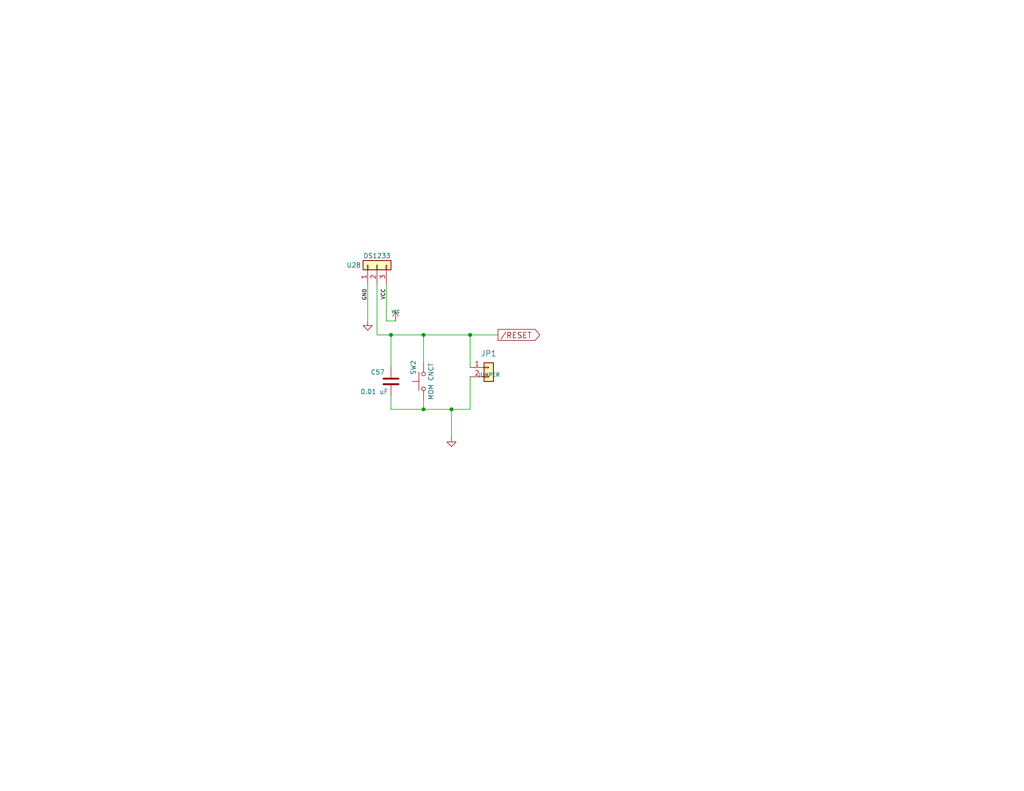
<source format=kicad_sch>
(kicad_sch
	(version 20231120)
	(generator "eeschema")
	(generator_version "8.0")
	(uuid "398f8c0a-b66e-4a20-ae32-57df5bdf4e3a")
	(paper "A")
	(title_block
		(title "6809PC")
		(date "2025-01-21")
		(rev "001")
		(comment 1 "https://github.com/danwerner21/6809PC")
		(comment 2 "Based on work by Andrew Lynch and John Coffman")
	)
	(lib_symbols
		(symbol "Connector_Generic:Conn_01x02"
			(pin_names
				(offset 1.016) hide)
			(exclude_from_sim no)
			(in_bom yes)
			(on_board yes)
			(property "Reference" "J"
				(at 0 2.54 0)
				(effects
					(font
						(size 1.27 1.27)
					)
				)
			)
			(property "Value" "Conn_01x02"
				(at 0 -5.08 0)
				(effects
					(font
						(size 1.27 1.27)
					)
				)
			)
			(property "Footprint" ""
				(at 0 0 0)
				(effects
					(font
						(size 1.27 1.27)
					)
					(hide yes)
				)
			)
			(property "Datasheet" "~"
				(at 0 0 0)
				(effects
					(font
						(size 1.27 1.27)
					)
					(hide yes)
				)
			)
			(property "Description" "Generic connector, single row, 01x02, script generated (kicad-library-utils/schlib/autogen/connector/)"
				(at 0 0 0)
				(effects
					(font
						(size 1.27 1.27)
					)
					(hide yes)
				)
			)
			(property "ki_keywords" "connector"
				(at 0 0 0)
				(effects
					(font
						(size 1.27 1.27)
					)
					(hide yes)
				)
			)
			(property "ki_fp_filters" "Connector*:*_1x??_*"
				(at 0 0 0)
				(effects
					(font
						(size 1.27 1.27)
					)
					(hide yes)
				)
			)
			(symbol "Conn_01x02_1_1"
				(rectangle
					(start -1.27 -2.413)
					(end 0 -2.667)
					(stroke
						(width 0.1524)
						(type default)
					)
					(fill
						(type none)
					)
				)
				(rectangle
					(start -1.27 0.127)
					(end 0 -0.127)
					(stroke
						(width 0.1524)
						(type default)
					)
					(fill
						(type none)
					)
				)
				(rectangle
					(start -1.27 1.27)
					(end 1.27 -3.81)
					(stroke
						(width 0.254)
						(type default)
					)
					(fill
						(type background)
					)
				)
				(pin passive line
					(at -5.08 0 0)
					(length 3.81)
					(name "Pin_1"
						(effects
							(font
								(size 1.27 1.27)
							)
						)
					)
					(number "1"
						(effects
							(font
								(size 1.27 1.27)
							)
						)
					)
				)
				(pin passive line
					(at -5.08 -2.54 0)
					(length 3.81)
					(name "Pin_2"
						(effects
							(font
								(size 1.27 1.27)
							)
						)
					)
					(number "2"
						(effects
							(font
								(size 1.27 1.27)
							)
						)
					)
				)
			)
		)
		(symbol "Connector_Generic:Conn_01x03"
			(pin_names
				(offset 1.016) hide)
			(exclude_from_sim no)
			(in_bom yes)
			(on_board yes)
			(property "Reference" "J"
				(at 0 5.08 0)
				(effects
					(font
						(size 1.27 1.27)
					)
				)
			)
			(property "Value" "Conn_01x03"
				(at 0 -5.08 0)
				(effects
					(font
						(size 1.27 1.27)
					)
				)
			)
			(property "Footprint" ""
				(at 0 0 0)
				(effects
					(font
						(size 1.27 1.27)
					)
					(hide yes)
				)
			)
			(property "Datasheet" "~"
				(at 0 0 0)
				(effects
					(font
						(size 1.27 1.27)
					)
					(hide yes)
				)
			)
			(property "Description" "Generic connector, single row, 01x03, script generated (kicad-library-utils/schlib/autogen/connector/)"
				(at 0 0 0)
				(effects
					(font
						(size 1.27 1.27)
					)
					(hide yes)
				)
			)
			(property "ki_keywords" "connector"
				(at 0 0 0)
				(effects
					(font
						(size 1.27 1.27)
					)
					(hide yes)
				)
			)
			(property "ki_fp_filters" "Connector*:*_1x??_*"
				(at 0 0 0)
				(effects
					(font
						(size 1.27 1.27)
					)
					(hide yes)
				)
			)
			(symbol "Conn_01x03_1_1"
				(rectangle
					(start -1.27 -2.413)
					(end 0 -2.667)
					(stroke
						(width 0.1524)
						(type default)
					)
					(fill
						(type none)
					)
				)
				(rectangle
					(start -1.27 0.127)
					(end 0 -0.127)
					(stroke
						(width 0.1524)
						(type default)
					)
					(fill
						(type none)
					)
				)
				(rectangle
					(start -1.27 2.667)
					(end 0 2.413)
					(stroke
						(width 0.1524)
						(type default)
					)
					(fill
						(type none)
					)
				)
				(rectangle
					(start -1.27 3.81)
					(end 1.27 -3.81)
					(stroke
						(width 0.254)
						(type default)
					)
					(fill
						(type background)
					)
				)
				(pin passive line
					(at -5.08 2.54 0)
					(length 3.81)
					(name "Pin_1"
						(effects
							(font
								(size 1.27 1.27)
							)
						)
					)
					(number "1"
						(effects
							(font
								(size 1.27 1.27)
							)
						)
					)
				)
				(pin passive line
					(at -5.08 0 0)
					(length 3.81)
					(name "Pin_2"
						(effects
							(font
								(size 1.27 1.27)
							)
						)
					)
					(number "2"
						(effects
							(font
								(size 1.27 1.27)
							)
						)
					)
				)
				(pin passive line
					(at -5.08 -2.54 0)
					(length 3.81)
					(name "Pin_3"
						(effects
							(font
								(size 1.27 1.27)
							)
						)
					)
					(number "3"
						(effects
							(font
								(size 1.27 1.27)
							)
						)
					)
				)
			)
		)
		(symbol "Device:C"
			(pin_numbers hide)
			(pin_names
				(offset 0.254)
			)
			(exclude_from_sim no)
			(in_bom yes)
			(on_board yes)
			(property "Reference" "C"
				(at 0.635 2.54 0)
				(effects
					(font
						(size 1.27 1.27)
					)
					(justify left)
				)
			)
			(property "Value" "C"
				(at 0.635 -2.54 0)
				(effects
					(font
						(size 1.27 1.27)
					)
					(justify left)
				)
			)
			(property "Footprint" ""
				(at 0.9652 -3.81 0)
				(effects
					(font
						(size 1.27 1.27)
					)
					(hide yes)
				)
			)
			(property "Datasheet" "~"
				(at 0 0 0)
				(effects
					(font
						(size 1.27 1.27)
					)
					(hide yes)
				)
			)
			(property "Description" "Unpolarized capacitor"
				(at 0 0 0)
				(effects
					(font
						(size 1.27 1.27)
					)
					(hide yes)
				)
			)
			(property "ki_keywords" "cap capacitor"
				(at 0 0 0)
				(effects
					(font
						(size 1.27 1.27)
					)
					(hide yes)
				)
			)
			(property "ki_fp_filters" "C_*"
				(at 0 0 0)
				(effects
					(font
						(size 1.27 1.27)
					)
					(hide yes)
				)
			)
			(symbol "C_0_1"
				(polyline
					(pts
						(xy -2.032 -0.762) (xy 2.032 -0.762)
					)
					(stroke
						(width 0.508)
						(type default)
					)
					(fill
						(type none)
					)
				)
				(polyline
					(pts
						(xy -2.032 0.762) (xy 2.032 0.762)
					)
					(stroke
						(width 0.508)
						(type default)
					)
					(fill
						(type none)
					)
				)
			)
			(symbol "C_1_1"
				(pin passive line
					(at 0 3.81 270)
					(length 2.794)
					(name "~"
						(effects
							(font
								(size 1.27 1.27)
							)
						)
					)
					(number "1"
						(effects
							(font
								(size 1.27 1.27)
							)
						)
					)
				)
				(pin passive line
					(at 0 -3.81 90)
					(length 2.794)
					(name "~"
						(effects
							(font
								(size 1.27 1.27)
							)
						)
					)
					(number "2"
						(effects
							(font
								(size 1.27 1.27)
							)
						)
					)
				)
			)
		)
		(symbol "Switch:SW_Push"
			(pin_numbers hide)
			(pin_names
				(offset 1.016) hide)
			(exclude_from_sim no)
			(in_bom yes)
			(on_board yes)
			(property "Reference" "SW"
				(at 1.27 2.54 0)
				(effects
					(font
						(size 1.27 1.27)
					)
					(justify left)
				)
			)
			(property "Value" "SW_Push"
				(at 0 -1.524 0)
				(effects
					(font
						(size 1.27 1.27)
					)
				)
			)
			(property "Footprint" ""
				(at 0 5.08 0)
				(effects
					(font
						(size 1.27 1.27)
					)
					(hide yes)
				)
			)
			(property "Datasheet" "~"
				(at 0 5.08 0)
				(effects
					(font
						(size 1.27 1.27)
					)
					(hide yes)
				)
			)
			(property "Description" "Push button switch, generic, two pins"
				(at 0 0 0)
				(effects
					(font
						(size 1.27 1.27)
					)
					(hide yes)
				)
			)
			(property "ki_keywords" "switch normally-open pushbutton push-button"
				(at 0 0 0)
				(effects
					(font
						(size 1.27 1.27)
					)
					(hide yes)
				)
			)
			(symbol "SW_Push_0_1"
				(circle
					(center -2.032 0)
					(radius 0.508)
					(stroke
						(width 0)
						(type default)
					)
					(fill
						(type none)
					)
				)
				(polyline
					(pts
						(xy 0 1.27) (xy 0 3.048)
					)
					(stroke
						(width 0)
						(type default)
					)
					(fill
						(type none)
					)
				)
				(polyline
					(pts
						(xy 2.54 1.27) (xy -2.54 1.27)
					)
					(stroke
						(width 0)
						(type default)
					)
					(fill
						(type none)
					)
				)
				(circle
					(center 2.032 0)
					(radius 0.508)
					(stroke
						(width 0)
						(type default)
					)
					(fill
						(type none)
					)
				)
				(pin passive line
					(at -5.08 0 0)
					(length 2.54)
					(name "1"
						(effects
							(font
								(size 1.27 1.27)
							)
						)
					)
					(number "1"
						(effects
							(font
								(size 1.27 1.27)
							)
						)
					)
				)
				(pin passive line
					(at 5.08 0 180)
					(length 2.54)
					(name "2"
						(effects
							(font
								(size 1.27 1.27)
							)
						)
					)
					(number "2"
						(effects
							(font
								(size 1.27 1.27)
							)
						)
					)
				)
			)
		)
		(symbol "power:GND"
			(power)
			(pin_numbers hide)
			(pin_names
				(offset 0) hide)
			(exclude_from_sim no)
			(in_bom yes)
			(on_board yes)
			(property "Reference" "#PWR"
				(at 0 -6.35 0)
				(effects
					(font
						(size 1.27 1.27)
					)
					(hide yes)
				)
			)
			(property "Value" "GND"
				(at 0 -3.81 0)
				(effects
					(font
						(size 1.27 1.27)
					)
				)
			)
			(property "Footprint" ""
				(at 0 0 0)
				(effects
					(font
						(size 1.27 1.27)
					)
					(hide yes)
				)
			)
			(property "Datasheet" ""
				(at 0 0 0)
				(effects
					(font
						(size 1.27 1.27)
					)
					(hide yes)
				)
			)
			(property "Description" "Power symbol creates a global label with name \"GND\" , ground"
				(at 0 0 0)
				(effects
					(font
						(size 1.27 1.27)
					)
					(hide yes)
				)
			)
			(property "ki_keywords" "global power"
				(at 0 0 0)
				(effects
					(font
						(size 1.27 1.27)
					)
					(hide yes)
				)
			)
			(symbol "GND_0_1"
				(polyline
					(pts
						(xy 0 0) (xy 0 -1.27) (xy 1.27 -1.27) (xy 0 -2.54) (xy -1.27 -1.27) (xy 0 -1.27)
					)
					(stroke
						(width 0)
						(type default)
					)
					(fill
						(type none)
					)
				)
			)
			(symbol "GND_1_1"
				(pin power_in line
					(at 0 0 270)
					(length 0)
					(name "~"
						(effects
							(font
								(size 1.27 1.27)
							)
						)
					)
					(number "1"
						(effects
							(font
								(size 1.27 1.27)
							)
						)
					)
				)
			)
		)
		(symbol "power:VCC"
			(power)
			(pin_numbers hide)
			(pin_names
				(offset 0) hide)
			(exclude_from_sim no)
			(in_bom yes)
			(on_board yes)
			(property "Reference" "#PWR"
				(at 0 -3.81 0)
				(effects
					(font
						(size 1.27 1.27)
					)
					(hide yes)
				)
			)
			(property "Value" "VCC"
				(at 0 3.556 0)
				(effects
					(font
						(size 1.27 1.27)
					)
				)
			)
			(property "Footprint" ""
				(at 0 0 0)
				(effects
					(font
						(size 1.27 1.27)
					)
					(hide yes)
				)
			)
			(property "Datasheet" ""
				(at 0 0 0)
				(effects
					(font
						(size 1.27 1.27)
					)
					(hide yes)
				)
			)
			(property "Description" "Power symbol creates a global label with name \"VCC\""
				(at 0 0 0)
				(effects
					(font
						(size 1.27 1.27)
					)
					(hide yes)
				)
			)
			(property "ki_keywords" "global power"
				(at 0 0 0)
				(effects
					(font
						(size 1.27 1.27)
					)
					(hide yes)
				)
			)
			(symbol "VCC_0_1"
				(polyline
					(pts
						(xy -0.762 1.27) (xy 0 2.54)
					)
					(stroke
						(width 0)
						(type default)
					)
					(fill
						(type none)
					)
				)
				(polyline
					(pts
						(xy 0 0) (xy 0 2.54)
					)
					(stroke
						(width 0)
						(type default)
					)
					(fill
						(type none)
					)
				)
				(polyline
					(pts
						(xy 0 2.54) (xy 0.762 1.27)
					)
					(stroke
						(width 0)
						(type default)
					)
					(fill
						(type none)
					)
				)
			)
			(symbol "VCC_1_1"
				(pin power_in line
					(at 0 0 90)
					(length 0)
					(name "~"
						(effects
							(font
								(size 1.27 1.27)
							)
						)
					)
					(number "1"
						(effects
							(font
								(size 1.27 1.27)
							)
						)
					)
				)
			)
		)
	)
	(junction
		(at 115.57 91.44)
		(diameter 0)
		(color 0 0 0 0)
		(uuid "525661d3-34db-4665-b605-bedfb3808e36")
	)
	(junction
		(at 106.68 91.44)
		(diameter 0)
		(color 0 0 0 0)
		(uuid "5d76d5bb-5c97-4129-8f10-f566d0a265a4")
	)
	(junction
		(at 123.19 111.76)
		(diameter 0)
		(color 0 0 0 0)
		(uuid "7f90d6ce-9c03-4812-8a66-70dc7759a163")
	)
	(junction
		(at 128.27 91.44)
		(diameter 0)
		(color 0 0 0 0)
		(uuid "8a0c761e-5b18-4aac-acbb-880a94b9fdf7")
	)
	(junction
		(at 115.57 111.76)
		(diameter 0)
		(color 0 0 0 0)
		(uuid "9df9a234-e2ed-4ce0-abe4-4a10b588d28d")
	)
	(wire
		(pts
			(xy 105.41 87.63) (xy 107.95 87.63)
		)
		(stroke
			(width 0)
			(type default)
		)
		(uuid "04e01f08-fc3a-4a5f-b4c3-ed540f504d37")
	)
	(wire
		(pts
			(xy 106.68 91.44) (xy 115.57 91.44)
		)
		(stroke
			(width 0)
			(type default)
		)
		(uuid "24b26746-53a8-44b5-8bbc-7447094a6ffb")
	)
	(wire
		(pts
			(xy 128.27 91.44) (xy 128.27 100.33)
		)
		(stroke
			(width 0)
			(type default)
		)
		(uuid "24f8e37f-d8b5-454d-82e2-3595fec6217a")
	)
	(wire
		(pts
			(xy 100.33 77.47) (xy 100.33 87.63)
		)
		(stroke
			(width 0)
			(type default)
		)
		(uuid "2fd6306a-1318-4286-b62c-a6c54a47b395")
	)
	(wire
		(pts
			(xy 115.57 91.44) (xy 128.27 91.44)
		)
		(stroke
			(width 0)
			(type default)
		)
		(uuid "32e695a0-8c72-4548-a191-b1619369453a")
	)
	(wire
		(pts
			(xy 115.57 111.76) (xy 123.19 111.76)
		)
		(stroke
			(width 0)
			(type default)
		)
		(uuid "376f9bcc-3799-4f23-bb6a-7ebd0b24e2ed")
	)
	(wire
		(pts
			(xy 115.57 91.44) (xy 115.57 99.06)
		)
		(stroke
			(width 0)
			(type default)
		)
		(uuid "37ba6967-3671-4e48-9621-fab25db41a72")
	)
	(wire
		(pts
			(xy 105.41 77.47) (xy 105.41 87.63)
		)
		(stroke
			(width 0)
			(type default)
		)
		(uuid "426ad8d9-6945-49cc-bef6-e824895bda54")
	)
	(wire
		(pts
			(xy 106.68 107.95) (xy 106.68 111.76)
		)
		(stroke
			(width 0)
			(type default)
		)
		(uuid "589c6b8b-eee7-40e7-868a-927a94ceae16")
	)
	(wire
		(pts
			(xy 128.27 102.87) (xy 128.27 111.76)
		)
		(stroke
			(width 0)
			(type default)
		)
		(uuid "6198753f-a6c7-4e4c-be46-f82df578f0ac")
	)
	(wire
		(pts
			(xy 123.19 111.76) (xy 123.19 119.38)
		)
		(stroke
			(width 0)
			(type default)
		)
		(uuid "7ea63acc-86e1-41f2-b879-7f1952b2ea41")
	)
	(wire
		(pts
			(xy 106.68 91.44) (xy 106.68 100.33)
		)
		(stroke
			(width 0)
			(type default)
		)
		(uuid "9cf6279f-5eed-44ea-b6cb-312642384569")
	)
	(wire
		(pts
			(xy 115.57 109.22) (xy 115.57 111.76)
		)
		(stroke
			(width 0)
			(type default)
		)
		(uuid "b823ec84-d601-4706-b021-807764eb6518")
	)
	(wire
		(pts
			(xy 102.87 77.47) (xy 102.87 91.44)
		)
		(stroke
			(width 0)
			(type default)
		)
		(uuid "cfbb7810-e3c8-451b-9bed-5f237aab1b55")
	)
	(wire
		(pts
			(xy 106.68 111.76) (xy 115.57 111.76)
		)
		(stroke
			(width 0)
			(type default)
		)
		(uuid "e4966056-ec44-4631-97e4-574a6deb5eb5")
	)
	(wire
		(pts
			(xy 102.87 91.44) (xy 106.68 91.44)
		)
		(stroke
			(width 0)
			(type default)
		)
		(uuid "e4e28c15-6c4f-483e-b5d6-1570d54bb099")
	)
	(wire
		(pts
			(xy 128.27 91.44) (xy 135.89 91.44)
		)
		(stroke
			(width 0)
			(type default)
		)
		(uuid "ee8d71c9-effa-447a-b1d7-6c9da9a31af1")
	)
	(wire
		(pts
			(xy 123.19 111.76) (xy 128.27 111.76)
		)
		(stroke
			(width 0)
			(type default)
		)
		(uuid "fdebd2bb-f701-4392-a2dd-499c5f09f169")
	)
	(label "VCC"
		(at 105.41 78.74 270)
		(fields_autoplaced yes)
		(effects
			(font
				(size 1.016 1.016)
			)
			(justify right bottom)
		)
		(uuid "23fffb12-fb5c-4304-9979-d2c26a5fcb40")
	)
	(label "GND"
		(at 100.33 78.74 270)
		(fields_autoplaced yes)
		(effects
			(font
				(size 1.016 1.016)
			)
			(justify right bottom)
		)
		(uuid "bc8052c1-77b2-488b-a15e-a2df742e0258")
	)
	(global_label "{slash}RESET"
		(shape output)
		(at 135.89 91.44 0)
		(effects
			(font
				(size 1.524 1.524)
			)
			(justify left)
		)
		(uuid "a38c571c-3f44-4d82-b6ea-b9b798e72f45")
		(property "Intersheetrefs" "${INTERSHEET_REFS}"
			(at 135.89 91.44 0)
			(effects
				(font
					(size 1.27 1.27)
				)
				(hide yes)
			)
		)
	)
	(symbol
		(lib_id "Connector_Generic:Conn_01x02")
		(at 133.35 100.33 0)
		(unit 1)
		(exclude_from_sim no)
		(in_bom yes)
		(on_board yes)
		(dnp no)
		(uuid "00000000-0000-0000-0000-0000526d87a5")
		(property "Reference" "JP1"
			(at 133.35 96.52 0)
			(effects
				(font
					(size 1.524 1.524)
				)
			)
		)
		(property "Value" "JUMPER"
			(at 133.35 102.362 0)
			(effects
				(font
					(size 1.016 1.016)
				)
			)
		)
		(property "Footprint" "Connector_PinHeader_2.54mm:PinHeader_1x02_P2.54mm_Vertical"
			(at 133.35 100.33 0)
			(effects
				(font
					(size 1.27 1.27)
				)
				(hide yes)
			)
		)
		(property "Datasheet" "~"
			(at 133.35 100.33 0)
			(effects
				(font
					(size 1.27 1.27)
				)
				(hide yes)
			)
		)
		(property "Description" "Generic connector, single row, 01x02, script generated (kicad-library-utils/schlib/autogen/connector/)"
			(at 133.35 100.33 0)
			(effects
				(font
					(size 1.27 1.27)
				)
				(hide yes)
			)
		)
		(pin "1"
			(uuid "25939dcb-2372-4ef4-8971-3207030a0b10")
		)
		(pin "2"
			(uuid "f4b52c56-a6d8-419d-8eb1-2cf378edaf75")
		)
		(instances
			(project "6x0x-6U"
				(path "/d94f9d60-5ece-4752-b49c-b0d1c95f35bc/00000000-0000-0000-0000-0000526d81d3"
					(reference "JP1")
					(unit 1)
				)
			)
		)
	)
	(symbol
		(lib_id "Switch:SW_Push")
		(at 115.57 104.14 90)
		(unit 1)
		(exclude_from_sim no)
		(in_bom yes)
		(on_board yes)
		(dnp no)
		(uuid "00000000-0000-0000-0000-0000526d87e3")
		(property "Reference" "SW2"
			(at 112.776 100.33 0)
			(effects
				(font
					(size 1.27 1.27)
				)
			)
		)
		(property "Value" "MOM CNCT"
			(at 117.602 104.14 0)
			(effects
				(font
					(size 1.27 1.27)
				)
			)
		)
		(property "Footprint" "Button_Switch_THT:SW_Tactile_Straight_KSL0Axx1LFTR"
			(at 110.49 104.14 0)
			(effects
				(font
					(size 1.27 1.27)
				)
				(hide yes)
			)
		)
		(property "Datasheet" "~"
			(at 110.49 104.14 0)
			(effects
				(font
					(size 1.27 1.27)
				)
				(hide yes)
			)
		)
		(property "Description" "Push button switch, generic, two pins"
			(at 115.57 104.14 0)
			(effects
				(font
					(size 1.27 1.27)
				)
				(hide yes)
			)
		)
		(pin "1"
			(uuid "f11674de-5351-48ab-a632-ff035ff9cd97")
		)
		(pin "2"
			(uuid "a55450b7-7478-421f-8013-b7af8c3822c0")
		)
		(instances
			(project "6x0x-6U"
				(path "/d94f9d60-5ece-4752-b49c-b0d1c95f35bc/00000000-0000-0000-0000-0000526d81d3"
					(reference "SW2")
					(unit 1)
				)
			)
		)
	)
	(symbol
		(lib_id "Device:C")
		(at 106.68 104.14 0)
		(unit 1)
		(exclude_from_sim no)
		(in_bom yes)
		(on_board yes)
		(dnp no)
		(uuid "4a49356b-b15d-4d28-96ae-8eab0877167e")
		(property "Reference" "C57"
			(at 101.092 101.6 0)
			(effects
				(font
					(size 1.27 1.27)
				)
				(justify left)
			)
		)
		(property "Value" "0.01 uF"
			(at 98.298 106.934 0)
			(effects
				(font
					(size 1.27 1.27)
				)
				(justify left)
			)
		)
		(property "Footprint" "Capacitor_THT:C_Disc_D5.0mm_W2.5mm_P5.00mm"
			(at 107.6452 107.95 0)
			(effects
				(font
					(size 1.27 1.27)
				)
				(hide yes)
			)
		)
		(property "Datasheet" "~"
			(at 106.68 104.14 0)
			(effects
				(font
					(size 1.27 1.27)
				)
				(hide yes)
			)
		)
		(property "Description" "Unpolarized capacitor"
			(at 106.68 104.14 0)
			(effects
				(font
					(size 1.27 1.27)
				)
				(hide yes)
			)
		)
		(pin "2"
			(uuid "a09366ff-a479-4eb7-8104-7573a5c9d6da")
		)
		(pin "1"
			(uuid "8cfd8a03-70c6-4729-b280-d4f02b127043")
		)
		(instances
			(project "6809PC-6U"
				(path "/d94f9d60-5ece-4752-b49c-b0d1c95f35bc/00000000-0000-0000-0000-0000526d81d3"
					(reference "C57")
					(unit 1)
				)
			)
		)
	)
	(symbol
		(lib_id "power:GND")
		(at 100.33 87.63 0)
		(unit 1)
		(exclude_from_sim no)
		(in_bom yes)
		(on_board yes)
		(dnp no)
		(uuid "591169f1-95bb-465b-8423-da7b11e6fffd")
		(property "Reference" "#PWR064"
			(at 100.33 87.63 0)
			(effects
				(font
					(size 0.762 0.762)
				)
				(hide yes)
			)
		)
		(property "Value" "GND"
			(at 100.33 89.408 0)
			(effects
				(font
					(size 0.762 0.762)
				)
				(hide yes)
			)
		)
		(property "Footprint" ""
			(at 100.33 87.63 0)
			(effects
				(font
					(size 1.27 1.27)
				)
				(hide yes)
			)
		)
		(property "Datasheet" ""
			(at 100.33 87.63 0)
			(effects
				(font
					(size 1.27 1.27)
				)
				(hide yes)
			)
		)
		(property "Description" "Power symbol creates a global label with name \"GND\" , ground"
			(at 100.33 87.63 0)
			(effects
				(font
					(size 1.27 1.27)
				)
				(hide yes)
			)
		)
		(pin "1"
			(uuid "899b63a5-a45a-419f-85bf-a9f74fd32288")
		)
		(instances
			(project "6809PC-6U"
				(path "/d94f9d60-5ece-4752-b49c-b0d1c95f35bc/00000000-0000-0000-0000-0000526d81d3"
					(reference "#PWR064")
					(unit 1)
				)
			)
		)
	)
	(symbol
		(lib_id "Connector_Generic:Conn_01x03")
		(at 102.87 72.39 90)
		(unit 1)
		(exclude_from_sim no)
		(in_bom yes)
		(on_board yes)
		(dnp no)
		(uuid "5aa6e4ac-531c-4ca8-a3a9-032041460313")
		(property "Reference" "U28"
			(at 96.52 72.39 90)
			(effects
				(font
					(size 1.27 1.27)
				)
			)
		)
		(property "Value" "DS1233"
			(at 102.87 69.85 90)
			(effects
				(font
					(size 1.27 1.27)
				)
			)
		)
		(property "Footprint" "Package_TO_SOT_THT:TO-92L_HandSolder"
			(at 102.87 72.39 0)
			(effects
				(font
					(size 1.27 1.27)
				)
				(hide yes)
			)
		)
		(property "Datasheet" "~"
			(at 102.87 72.39 0)
			(effects
				(font
					(size 1.27 1.27)
				)
				(hide yes)
			)
		)
		(property "Description" ""
			(at 102.87 72.39 0)
			(effects
				(font
					(size 1.27 1.27)
				)
				(hide yes)
			)
		)
		(pin "1"
			(uuid "de0e2b86-ca90-4929-b009-65c41def9392")
		)
		(pin "2"
			(uuid "b084580f-e0be-446e-8bfe-75caff1a1b49")
		)
		(pin "3"
			(uuid "031fbe17-d4d0-457b-8972-eea83556cb71")
		)
		(instances
			(project "6809PC-6U"
				(path "/d94f9d60-5ece-4752-b49c-b0d1c95f35bc/00000000-0000-0000-0000-0000526d81d3"
					(reference "U28")
					(unit 1)
				)
			)
		)
	)
	(symbol
		(lib_id "power:GND")
		(at 123.19 119.38 0)
		(unit 1)
		(exclude_from_sim no)
		(in_bom yes)
		(on_board yes)
		(dnp no)
		(uuid "8e648acd-34ae-4431-a834-9ab546c9bae4")
		(property "Reference" "#PWR066"
			(at 123.19 119.38 0)
			(effects
				(font
					(size 0.762 0.762)
				)
				(hide yes)
			)
		)
		(property "Value" "GND"
			(at 123.19 121.158 0)
			(effects
				(font
					(size 0.762 0.762)
				)
				(hide yes)
			)
		)
		(property "Footprint" ""
			(at 123.19 119.38 0)
			(effects
				(font
					(size 1.27 1.27)
				)
				(hide yes)
			)
		)
		(property "Datasheet" ""
			(at 123.19 119.38 0)
			(effects
				(font
					(size 1.27 1.27)
				)
				(hide yes)
			)
		)
		(property "Description" "Power symbol creates a global label with name \"GND\" , ground"
			(at 123.19 119.38 0)
			(effects
				(font
					(size 1.27 1.27)
				)
				(hide yes)
			)
		)
		(pin "1"
			(uuid "c7c6fc26-df18-4d85-b258-29e54c888506")
		)
		(instances
			(project "6809PC-6U"
				(path "/d94f9d60-5ece-4752-b49c-b0d1c95f35bc/00000000-0000-0000-0000-0000526d81d3"
					(reference "#PWR066")
					(unit 1)
				)
			)
		)
	)
	(symbol
		(lib_id "power:VCC")
		(at 107.95 87.63 0)
		(unit 1)
		(exclude_from_sim no)
		(in_bom yes)
		(on_board yes)
		(dnp no)
		(uuid "fd69ec36-ec68-4519-981b-ddf52df496cd")
		(property "Reference" "#PWR065"
			(at 107.95 85.09 0)
			(effects
				(font
					(size 0.762 0.762)
				)
				(hide yes)
			)
		)
		(property "Value" "VCC"
			(at 107.95 85.09 0)
			(effects
				(font
					(size 0.762 0.762)
				)
			)
		)
		(property "Footprint" ""
			(at 107.95 87.63 0)
			(effects
				(font
					(size 1.27 1.27)
				)
				(hide yes)
			)
		)
		(property "Datasheet" ""
			(at 107.95 87.63 0)
			(effects
				(font
					(size 1.27 1.27)
				)
				(hide yes)
			)
		)
		(property "Description" "Power symbol creates a global label with name \"VCC\""
			(at 107.95 87.63 0)
			(effects
				(font
					(size 1.27 1.27)
				)
				(hide yes)
			)
		)
		(pin "1"
			(uuid "8699fa94-82bc-46ee-863e-2e6d614d70ab")
		)
		(instances
			(project "6809PC-6U"
				(path "/d94f9d60-5ece-4752-b49c-b0d1c95f35bc/00000000-0000-0000-0000-0000526d81d3"
					(reference "#PWR065")
					(unit 1)
				)
			)
		)
	)
)

</source>
